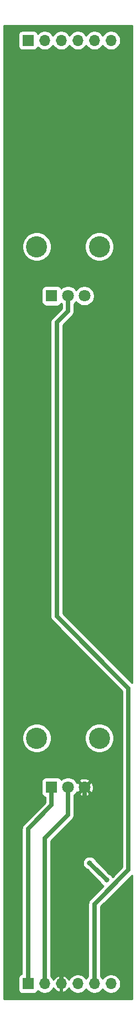
<source format=gbr>
%TF.GenerationSoftware,KiCad,Pcbnew,(5.1.6)-1*%
%TF.CreationDate,2020-06-22T20:02:40-05:00*%
%TF.ProjectId,NOISE_x_S_and_H,4e4f4953-455f-4785-9f53-5f616e645f48,rev?*%
%TF.SameCoordinates,Original*%
%TF.FileFunction,Copper,L1,Top*%
%TF.FilePolarity,Positive*%
%FSLAX46Y46*%
G04 Gerber Fmt 4.6, Leading zero omitted, Abs format (unit mm)*
G04 Created by KiCad (PCBNEW (5.1.6)-1) date 2020-06-22 20:02:40*
%MOMM*%
%LPD*%
G01*
G04 APERTURE LIST*
%TA.AperFunction,ComponentPad*%
%ADD10R,1.800000X1.800000*%
%TD*%
%TA.AperFunction,ComponentPad*%
%ADD11C,1.800000*%
%TD*%
%TA.AperFunction,ComponentPad*%
%ADD12C,3.240000*%
%TD*%
%TA.AperFunction,ComponentPad*%
%ADD13O,1.700000X1.700000*%
%TD*%
%TA.AperFunction,ComponentPad*%
%ADD14R,1.700000X1.700000*%
%TD*%
%TA.AperFunction,ViaPad*%
%ADD15C,0.800000*%
%TD*%
%TA.AperFunction,Conductor*%
%ADD16C,0.635000*%
%TD*%
%TA.AperFunction,Conductor*%
%ADD17C,0.254000*%
%TD*%
G04 APERTURE END LIST*
D10*
%TO.P,RV3,1*%
%TO.N,Net-(J8-PadT)*%
X156550000Y-137400000D03*
D11*
%TO.P,RV3,2*%
%TO.N,Net-(R27-Pad1)*%
X159050000Y-137400000D03*
%TO.P,RV3,3*%
%TO.N,GND*%
X161550000Y-137400000D03*
D12*
%TO.P,RV3,*%
%TO.N,*%
X163850000Y-129900000D03*
X154250000Y-129900000D03*
%TD*%
%TO.P,RV2,*%
%TO.N,*%
X154250000Y-54900000D03*
X163850000Y-54900000D03*
D11*
%TO.P,RV2,3*%
%TO.N,Net-(R23-Pad1)*%
X161550000Y-62400000D03*
%TO.P,RV2,2*%
%TO.N,Net-(R24-Pad1)*%
X159050000Y-62400000D03*
D10*
%TO.P,RV2,1*%
%TO.N,Net-(D2-Pad1)*%
X156550000Y-62400000D03*
%TD*%
D13*
%TO.P,REF\u002A\u002A,6*%
%TO.N,N/C*%
X165630000Y-23400000D03*
%TO.P,REF\u002A\u002A,5*%
X163090000Y-23400000D03*
%TO.P,REF\u002A\u002A,4*%
X160550000Y-23400000D03*
%TO.P,REF\u002A\u002A,3*%
X158010000Y-23400000D03*
%TO.P,REF\u002A\u002A,2*%
X155470000Y-23400000D03*
D14*
%TO.P,REF\u002A\u002A,1*%
X152930000Y-23400000D03*
%TD*%
D13*
%TO.P,REF\u002A\u002A,6*%
%TO.N,Net-(D2-Pad1)*%
X165630000Y-167400000D03*
%TO.P,REF\u002A\u002A,5*%
%TO.N,Net-(R24-Pad1)*%
X163090000Y-167400000D03*
%TO.P,REF\u002A\u002A,4*%
%TO.N,Net-(R23-Pad1)*%
X160550000Y-167400000D03*
%TO.P,REF\u002A\u002A,3*%
%TO.N,GND*%
X158010000Y-167400000D03*
%TO.P,REF\u002A\u002A,2*%
%TO.N,Net-(R27-Pad1)*%
X155470000Y-167400000D03*
D14*
%TO.P,REF\u002A\u002A,1*%
%TO.N,Net-(J8-PadT)*%
X152930000Y-167400000D03*
%TD*%
D15*
%TO.N,Net-(D2-Pad1)*%
X164960000Y-151560000D03*
X162370000Y-148970000D03*
%TD*%
D16*
%TO.N,GND*%
X161550000Y-142540000D02*
X158010000Y-146080000D01*
X158010000Y-146080000D02*
X158010000Y-167400000D01*
X161550000Y-137400000D02*
X161550000Y-142540000D01*
%TO.N,Net-(D2-Pad1)*%
X162370000Y-148970000D02*
X164960000Y-151560000D01*
%TO.N,Net-(R24-Pad1)*%
X159050000Y-64730000D02*
X157320000Y-66460000D01*
X157320000Y-66460000D02*
X157320000Y-111320000D01*
X168320000Y-122320000D02*
X168320000Y-149980000D01*
X159050000Y-62400000D02*
X159050000Y-64730000D01*
X168320000Y-149980000D02*
X163090000Y-155210000D01*
X157320000Y-111320000D02*
X168320000Y-122320000D01*
X163090000Y-155210000D02*
X163090000Y-167400000D01*
%TO.N,Net-(R27-Pad1)*%
X159050000Y-141620000D02*
X155470000Y-145200000D01*
X155470000Y-145200000D02*
X155470000Y-167400000D01*
X159050000Y-137400000D02*
X159050000Y-141620000D01*
%TO.N,Net-(J8-PadT)*%
X156550000Y-140130000D02*
X152930000Y-143750000D01*
X152930000Y-143750000D02*
X152930000Y-167400000D01*
X156550000Y-137400000D02*
X156550000Y-140130000D01*
%TD*%
D17*
%TO.N,GND*%
G36*
X168840001Y-121492962D02*
G01*
X158272500Y-110925462D01*
X158272500Y-66854538D01*
X159690431Y-65436607D01*
X159726778Y-65406778D01*
X159845806Y-65261741D01*
X159934252Y-65096269D01*
X159988717Y-64916723D01*
X160002500Y-64776785D01*
X160007108Y-64730001D01*
X160002500Y-64683216D01*
X160002500Y-63609688D01*
X160028505Y-63592312D01*
X160242312Y-63378505D01*
X160300000Y-63292169D01*
X160357688Y-63378505D01*
X160571495Y-63592312D01*
X160822905Y-63760299D01*
X161102257Y-63876011D01*
X161398816Y-63935000D01*
X161701184Y-63935000D01*
X161997743Y-63876011D01*
X162277095Y-63760299D01*
X162528505Y-63592312D01*
X162742312Y-63378505D01*
X162910299Y-63127095D01*
X163026011Y-62847743D01*
X163085000Y-62551184D01*
X163085000Y-62248816D01*
X163026011Y-61952257D01*
X162910299Y-61672905D01*
X162742312Y-61421495D01*
X162528505Y-61207688D01*
X162277095Y-61039701D01*
X161997743Y-60923989D01*
X161701184Y-60865000D01*
X161398816Y-60865000D01*
X161102257Y-60923989D01*
X160822905Y-61039701D01*
X160571495Y-61207688D01*
X160357688Y-61421495D01*
X160300000Y-61507831D01*
X160242312Y-61421495D01*
X160028505Y-61207688D01*
X159777095Y-61039701D01*
X159497743Y-60923989D01*
X159201184Y-60865000D01*
X158898816Y-60865000D01*
X158602257Y-60923989D01*
X158322905Y-61039701D01*
X158071495Y-61207688D01*
X158033880Y-61245303D01*
X157980537Y-61145506D01*
X157901185Y-61048815D01*
X157804494Y-60969463D01*
X157694180Y-60910498D01*
X157574482Y-60874188D01*
X157450000Y-60861928D01*
X155650000Y-60861928D01*
X155525518Y-60874188D01*
X155405820Y-60910498D01*
X155295506Y-60969463D01*
X155198815Y-61048815D01*
X155119463Y-61145506D01*
X155060498Y-61255820D01*
X155024188Y-61375518D01*
X155011928Y-61500000D01*
X155011928Y-63300000D01*
X155024188Y-63424482D01*
X155060498Y-63544180D01*
X155119463Y-63654494D01*
X155198815Y-63751185D01*
X155295506Y-63830537D01*
X155405820Y-63889502D01*
X155525518Y-63925812D01*
X155650000Y-63938072D01*
X157450000Y-63938072D01*
X157574482Y-63925812D01*
X157694180Y-63889502D01*
X157804494Y-63830537D01*
X157901185Y-63751185D01*
X157980537Y-63654494D01*
X158033880Y-63554697D01*
X158071495Y-63592312D01*
X158097501Y-63609688D01*
X158097501Y-64335461D01*
X156679569Y-65753393D01*
X156643222Y-65783222D01*
X156524194Y-65928259D01*
X156435748Y-66093732D01*
X156381283Y-66273277D01*
X156381283Y-66273278D01*
X156362892Y-66460000D01*
X156367500Y-66506785D01*
X156367501Y-111273205D01*
X156362892Y-111320000D01*
X156381283Y-111506722D01*
X156435749Y-111686269D01*
X156524195Y-111851741D01*
X156643223Y-111996778D01*
X156679564Y-112026602D01*
X167367500Y-122714539D01*
X167367501Y-149585460D01*
X165878966Y-151073995D01*
X165877205Y-151069744D01*
X165763937Y-150900226D01*
X165619774Y-150756063D01*
X165450256Y-150642795D01*
X165347108Y-150600070D01*
X163329931Y-148582893D01*
X163287205Y-148479744D01*
X163173937Y-148310226D01*
X163029774Y-148166063D01*
X162860256Y-148052795D01*
X162671898Y-147974774D01*
X162471939Y-147935000D01*
X162268061Y-147935000D01*
X162068102Y-147974774D01*
X161879744Y-148052795D01*
X161710226Y-148166063D01*
X161566063Y-148310226D01*
X161452795Y-148479744D01*
X161374774Y-148668102D01*
X161335000Y-148868061D01*
X161335000Y-149071939D01*
X161374774Y-149271898D01*
X161452795Y-149460256D01*
X161566063Y-149629774D01*
X161710226Y-149773937D01*
X161879744Y-149887205D01*
X161982893Y-149929931D01*
X164000070Y-151947108D01*
X164042795Y-152050256D01*
X164156063Y-152219774D01*
X164300226Y-152363937D01*
X164469744Y-152477205D01*
X164473996Y-152478966D01*
X162449569Y-154503393D01*
X162413222Y-154533222D01*
X162294194Y-154678259D01*
X162205748Y-154843732D01*
X162151283Y-155023277D01*
X162151283Y-155023278D01*
X162132892Y-155210000D01*
X162137500Y-155256785D01*
X162137501Y-166252392D01*
X161936525Y-166453368D01*
X161820000Y-166627760D01*
X161703475Y-166453368D01*
X161496632Y-166246525D01*
X161253411Y-166084010D01*
X160983158Y-165972068D01*
X160696260Y-165915000D01*
X160403740Y-165915000D01*
X160116842Y-165972068D01*
X159846589Y-166084010D01*
X159603368Y-166246525D01*
X159396525Y-166453368D01*
X159234010Y-166696589D01*
X159191060Y-166800279D01*
X159069907Y-166601539D01*
X158893769Y-166410104D01*
X158683668Y-166256710D01*
X158447679Y-166147252D01*
X158342072Y-166115221D01*
X158137000Y-166198946D01*
X158137000Y-167273000D01*
X158157000Y-167273000D01*
X158157000Y-167527000D01*
X158137000Y-167527000D01*
X158137000Y-168601054D01*
X158342072Y-168684779D01*
X158447679Y-168652748D01*
X158683668Y-168543290D01*
X158893769Y-168389896D01*
X159069907Y-168198461D01*
X159191060Y-167999721D01*
X159234010Y-168103411D01*
X159396525Y-168346632D01*
X159603368Y-168553475D01*
X159846589Y-168715990D01*
X160116842Y-168827932D01*
X160403740Y-168885000D01*
X160696260Y-168885000D01*
X160983158Y-168827932D01*
X161253411Y-168715990D01*
X161496632Y-168553475D01*
X161703475Y-168346632D01*
X161820000Y-168172240D01*
X161936525Y-168346632D01*
X162143368Y-168553475D01*
X162386589Y-168715990D01*
X162656842Y-168827932D01*
X162943740Y-168885000D01*
X163236260Y-168885000D01*
X163523158Y-168827932D01*
X163793411Y-168715990D01*
X164036632Y-168553475D01*
X164243475Y-168346632D01*
X164360000Y-168172240D01*
X164476525Y-168346632D01*
X164683368Y-168553475D01*
X164926589Y-168715990D01*
X165196842Y-168827932D01*
X165483740Y-168885000D01*
X165776260Y-168885000D01*
X166063158Y-168827932D01*
X166333411Y-168715990D01*
X166576632Y-168553475D01*
X166783475Y-168346632D01*
X166945990Y-168103411D01*
X167057932Y-167833158D01*
X167115000Y-167546260D01*
X167115000Y-167253740D01*
X167057932Y-166966842D01*
X166945990Y-166696589D01*
X166783475Y-166453368D01*
X166576632Y-166246525D01*
X166333411Y-166084010D01*
X166063158Y-165972068D01*
X165776260Y-165915000D01*
X165483740Y-165915000D01*
X165196842Y-165972068D01*
X164926589Y-166084010D01*
X164683368Y-166246525D01*
X164476525Y-166453368D01*
X164360000Y-166627760D01*
X164243475Y-166453368D01*
X164042500Y-166252393D01*
X164042500Y-155604538D01*
X168840001Y-150807038D01*
X168840001Y-169690000D01*
X149260000Y-169690000D01*
X149260000Y-166550000D01*
X151441928Y-166550000D01*
X151441928Y-168250000D01*
X151454188Y-168374482D01*
X151490498Y-168494180D01*
X151549463Y-168604494D01*
X151628815Y-168701185D01*
X151725506Y-168780537D01*
X151835820Y-168839502D01*
X151955518Y-168875812D01*
X152080000Y-168888072D01*
X153780000Y-168888072D01*
X153904482Y-168875812D01*
X154024180Y-168839502D01*
X154134494Y-168780537D01*
X154231185Y-168701185D01*
X154310537Y-168604494D01*
X154369502Y-168494180D01*
X154391513Y-168421620D01*
X154523368Y-168553475D01*
X154766589Y-168715990D01*
X155036842Y-168827932D01*
X155323740Y-168885000D01*
X155616260Y-168885000D01*
X155903158Y-168827932D01*
X156173411Y-168715990D01*
X156416632Y-168553475D01*
X156623475Y-168346632D01*
X156785990Y-168103411D01*
X156828940Y-167999721D01*
X156950093Y-168198461D01*
X157126231Y-168389896D01*
X157336332Y-168543290D01*
X157572321Y-168652748D01*
X157677928Y-168684779D01*
X157883000Y-168601054D01*
X157883000Y-167527000D01*
X157863000Y-167527000D01*
X157863000Y-167273000D01*
X157883000Y-167273000D01*
X157883000Y-166198946D01*
X157677928Y-166115221D01*
X157572321Y-166147252D01*
X157336332Y-166256710D01*
X157126231Y-166410104D01*
X156950093Y-166601539D01*
X156828940Y-166800279D01*
X156785990Y-166696589D01*
X156623475Y-166453368D01*
X156422500Y-166252393D01*
X156422500Y-145594538D01*
X159690431Y-142326607D01*
X159726778Y-142296778D01*
X159845806Y-142151741D01*
X159934252Y-141986269D01*
X159988717Y-141806723D01*
X160002500Y-141666785D01*
X160007108Y-141620000D01*
X160002500Y-141573215D01*
X160002500Y-138609688D01*
X160028505Y-138592312D01*
X160241461Y-138379356D01*
X160750249Y-138379356D01*
X160842881Y-138589330D01*
X161088495Y-138704430D01*
X161351845Y-138769400D01*
X161622809Y-138781745D01*
X161890975Y-138740991D01*
X162146038Y-138648703D01*
X162257119Y-138589330D01*
X162349751Y-138379356D01*
X161550000Y-137579605D01*
X160750249Y-138379356D01*
X160241461Y-138379356D01*
X160242312Y-138378505D01*
X160409309Y-138128577D01*
X160570644Y-138199751D01*
X161370395Y-137400000D01*
X161729605Y-137400000D01*
X162529356Y-138199751D01*
X162739330Y-138107119D01*
X162854430Y-137861505D01*
X162919400Y-137598155D01*
X162931745Y-137327191D01*
X162890991Y-137059025D01*
X162798703Y-136803962D01*
X162739330Y-136692881D01*
X162529356Y-136600249D01*
X161729605Y-137400000D01*
X161370395Y-137400000D01*
X160570644Y-136600249D01*
X160409309Y-136671423D01*
X160242312Y-136421495D01*
X160241461Y-136420644D01*
X160750249Y-136420644D01*
X161550000Y-137220395D01*
X162349751Y-136420644D01*
X162257119Y-136210670D01*
X162011505Y-136095570D01*
X161748155Y-136030600D01*
X161477191Y-136018255D01*
X161209025Y-136059009D01*
X160953962Y-136151297D01*
X160842881Y-136210670D01*
X160750249Y-136420644D01*
X160241461Y-136420644D01*
X160028505Y-136207688D01*
X159777095Y-136039701D01*
X159497743Y-135923989D01*
X159201184Y-135865000D01*
X158898816Y-135865000D01*
X158602257Y-135923989D01*
X158322905Y-136039701D01*
X158071495Y-136207688D01*
X158033880Y-136245303D01*
X157980537Y-136145506D01*
X157901185Y-136048815D01*
X157804494Y-135969463D01*
X157694180Y-135910498D01*
X157574482Y-135874188D01*
X157450000Y-135861928D01*
X155650000Y-135861928D01*
X155525518Y-135874188D01*
X155405820Y-135910498D01*
X155295506Y-135969463D01*
X155198815Y-136048815D01*
X155119463Y-136145506D01*
X155060498Y-136255820D01*
X155024188Y-136375518D01*
X155011928Y-136500000D01*
X155011928Y-138300000D01*
X155024188Y-138424482D01*
X155060498Y-138544180D01*
X155119463Y-138654494D01*
X155198815Y-138751185D01*
X155295506Y-138830537D01*
X155405820Y-138889502D01*
X155525518Y-138925812D01*
X155597501Y-138932901D01*
X155597501Y-139735460D01*
X152289569Y-143043393D01*
X152253222Y-143073222D01*
X152134194Y-143218259D01*
X152045748Y-143383732D01*
X151991283Y-143563277D01*
X151991283Y-143563278D01*
X151972892Y-143750000D01*
X151977500Y-143796785D01*
X151977501Y-165922023D01*
X151955518Y-165924188D01*
X151835820Y-165960498D01*
X151725506Y-166019463D01*
X151628815Y-166098815D01*
X151549463Y-166195506D01*
X151490498Y-166305820D01*
X151454188Y-166425518D01*
X151441928Y-166550000D01*
X149260000Y-166550000D01*
X149260000Y-129677902D01*
X151995000Y-129677902D01*
X151995000Y-130122098D01*
X152081658Y-130557759D01*
X152251645Y-130968143D01*
X152498427Y-131337479D01*
X152812521Y-131651573D01*
X153181857Y-131898355D01*
X153592241Y-132068342D01*
X154027902Y-132155000D01*
X154472098Y-132155000D01*
X154907759Y-132068342D01*
X155318143Y-131898355D01*
X155687479Y-131651573D01*
X156001573Y-131337479D01*
X156248355Y-130968143D01*
X156418342Y-130557759D01*
X156505000Y-130122098D01*
X156505000Y-129677902D01*
X161595000Y-129677902D01*
X161595000Y-130122098D01*
X161681658Y-130557759D01*
X161851645Y-130968143D01*
X162098427Y-131337479D01*
X162412521Y-131651573D01*
X162781857Y-131898355D01*
X163192241Y-132068342D01*
X163627902Y-132155000D01*
X164072098Y-132155000D01*
X164507759Y-132068342D01*
X164918143Y-131898355D01*
X165287479Y-131651573D01*
X165601573Y-131337479D01*
X165848355Y-130968143D01*
X166018342Y-130557759D01*
X166105000Y-130122098D01*
X166105000Y-129677902D01*
X166018342Y-129242241D01*
X165848355Y-128831857D01*
X165601573Y-128462521D01*
X165287479Y-128148427D01*
X164918143Y-127901645D01*
X164507759Y-127731658D01*
X164072098Y-127645000D01*
X163627902Y-127645000D01*
X163192241Y-127731658D01*
X162781857Y-127901645D01*
X162412521Y-128148427D01*
X162098427Y-128462521D01*
X161851645Y-128831857D01*
X161681658Y-129242241D01*
X161595000Y-129677902D01*
X156505000Y-129677902D01*
X156418342Y-129242241D01*
X156248355Y-128831857D01*
X156001573Y-128462521D01*
X155687479Y-128148427D01*
X155318143Y-127901645D01*
X154907759Y-127731658D01*
X154472098Y-127645000D01*
X154027902Y-127645000D01*
X153592241Y-127731658D01*
X153181857Y-127901645D01*
X152812521Y-128148427D01*
X152498427Y-128462521D01*
X152251645Y-128831857D01*
X152081658Y-129242241D01*
X151995000Y-129677902D01*
X149260000Y-129677902D01*
X149260000Y-54677902D01*
X151995000Y-54677902D01*
X151995000Y-55122098D01*
X152081658Y-55557759D01*
X152251645Y-55968143D01*
X152498427Y-56337479D01*
X152812521Y-56651573D01*
X153181857Y-56898355D01*
X153592241Y-57068342D01*
X154027902Y-57155000D01*
X154472098Y-57155000D01*
X154907759Y-57068342D01*
X155318143Y-56898355D01*
X155687479Y-56651573D01*
X156001573Y-56337479D01*
X156248355Y-55968143D01*
X156418342Y-55557759D01*
X156505000Y-55122098D01*
X156505000Y-54677902D01*
X161595000Y-54677902D01*
X161595000Y-55122098D01*
X161681658Y-55557759D01*
X161851645Y-55968143D01*
X162098427Y-56337479D01*
X162412521Y-56651573D01*
X162781857Y-56898355D01*
X163192241Y-57068342D01*
X163627902Y-57155000D01*
X164072098Y-57155000D01*
X164507759Y-57068342D01*
X164918143Y-56898355D01*
X165287479Y-56651573D01*
X165601573Y-56337479D01*
X165848355Y-55968143D01*
X166018342Y-55557759D01*
X166105000Y-55122098D01*
X166105000Y-54677902D01*
X166018342Y-54242241D01*
X165848355Y-53831857D01*
X165601573Y-53462521D01*
X165287479Y-53148427D01*
X164918143Y-52901645D01*
X164507759Y-52731658D01*
X164072098Y-52645000D01*
X163627902Y-52645000D01*
X163192241Y-52731658D01*
X162781857Y-52901645D01*
X162412521Y-53148427D01*
X162098427Y-53462521D01*
X161851645Y-53831857D01*
X161681658Y-54242241D01*
X161595000Y-54677902D01*
X156505000Y-54677902D01*
X156418342Y-54242241D01*
X156248355Y-53831857D01*
X156001573Y-53462521D01*
X155687479Y-53148427D01*
X155318143Y-52901645D01*
X154907759Y-52731658D01*
X154472098Y-52645000D01*
X154027902Y-52645000D01*
X153592241Y-52731658D01*
X153181857Y-52901645D01*
X152812521Y-53148427D01*
X152498427Y-53462521D01*
X152251645Y-53831857D01*
X152081658Y-54242241D01*
X151995000Y-54677902D01*
X149260000Y-54677902D01*
X149260000Y-22550000D01*
X151441928Y-22550000D01*
X151441928Y-24250000D01*
X151454188Y-24374482D01*
X151490498Y-24494180D01*
X151549463Y-24604494D01*
X151628815Y-24701185D01*
X151725506Y-24780537D01*
X151835820Y-24839502D01*
X151955518Y-24875812D01*
X152080000Y-24888072D01*
X153780000Y-24888072D01*
X153904482Y-24875812D01*
X154024180Y-24839502D01*
X154134494Y-24780537D01*
X154231185Y-24701185D01*
X154310537Y-24604494D01*
X154369502Y-24494180D01*
X154391513Y-24421620D01*
X154523368Y-24553475D01*
X154766589Y-24715990D01*
X155036842Y-24827932D01*
X155323740Y-24885000D01*
X155616260Y-24885000D01*
X155903158Y-24827932D01*
X156173411Y-24715990D01*
X156416632Y-24553475D01*
X156623475Y-24346632D01*
X156740000Y-24172240D01*
X156856525Y-24346632D01*
X157063368Y-24553475D01*
X157306589Y-24715990D01*
X157576842Y-24827932D01*
X157863740Y-24885000D01*
X158156260Y-24885000D01*
X158443158Y-24827932D01*
X158713411Y-24715990D01*
X158956632Y-24553475D01*
X159163475Y-24346632D01*
X159280000Y-24172240D01*
X159396525Y-24346632D01*
X159603368Y-24553475D01*
X159846589Y-24715990D01*
X160116842Y-24827932D01*
X160403740Y-24885000D01*
X160696260Y-24885000D01*
X160983158Y-24827932D01*
X161253411Y-24715990D01*
X161496632Y-24553475D01*
X161703475Y-24346632D01*
X161820000Y-24172240D01*
X161936525Y-24346632D01*
X162143368Y-24553475D01*
X162386589Y-24715990D01*
X162656842Y-24827932D01*
X162943740Y-24885000D01*
X163236260Y-24885000D01*
X163523158Y-24827932D01*
X163793411Y-24715990D01*
X164036632Y-24553475D01*
X164243475Y-24346632D01*
X164360000Y-24172240D01*
X164476525Y-24346632D01*
X164683368Y-24553475D01*
X164926589Y-24715990D01*
X165196842Y-24827932D01*
X165483740Y-24885000D01*
X165776260Y-24885000D01*
X166063158Y-24827932D01*
X166333411Y-24715990D01*
X166576632Y-24553475D01*
X166783475Y-24346632D01*
X166945990Y-24103411D01*
X167057932Y-23833158D01*
X167115000Y-23546260D01*
X167115000Y-23253740D01*
X167057932Y-22966842D01*
X166945990Y-22696589D01*
X166783475Y-22453368D01*
X166576632Y-22246525D01*
X166333411Y-22084010D01*
X166063158Y-21972068D01*
X165776260Y-21915000D01*
X165483740Y-21915000D01*
X165196842Y-21972068D01*
X164926589Y-22084010D01*
X164683368Y-22246525D01*
X164476525Y-22453368D01*
X164360000Y-22627760D01*
X164243475Y-22453368D01*
X164036632Y-22246525D01*
X163793411Y-22084010D01*
X163523158Y-21972068D01*
X163236260Y-21915000D01*
X162943740Y-21915000D01*
X162656842Y-21972068D01*
X162386589Y-22084010D01*
X162143368Y-22246525D01*
X161936525Y-22453368D01*
X161820000Y-22627760D01*
X161703475Y-22453368D01*
X161496632Y-22246525D01*
X161253411Y-22084010D01*
X160983158Y-21972068D01*
X160696260Y-21915000D01*
X160403740Y-21915000D01*
X160116842Y-21972068D01*
X159846589Y-22084010D01*
X159603368Y-22246525D01*
X159396525Y-22453368D01*
X159280000Y-22627760D01*
X159163475Y-22453368D01*
X158956632Y-22246525D01*
X158713411Y-22084010D01*
X158443158Y-21972068D01*
X158156260Y-21915000D01*
X157863740Y-21915000D01*
X157576842Y-21972068D01*
X157306589Y-22084010D01*
X157063368Y-22246525D01*
X156856525Y-22453368D01*
X156740000Y-22627760D01*
X156623475Y-22453368D01*
X156416632Y-22246525D01*
X156173411Y-22084010D01*
X155903158Y-21972068D01*
X155616260Y-21915000D01*
X155323740Y-21915000D01*
X155036842Y-21972068D01*
X154766589Y-22084010D01*
X154523368Y-22246525D01*
X154391513Y-22378380D01*
X154369502Y-22305820D01*
X154310537Y-22195506D01*
X154231185Y-22098815D01*
X154134494Y-22019463D01*
X154024180Y-21960498D01*
X153904482Y-21924188D01*
X153780000Y-21911928D01*
X152080000Y-21911928D01*
X151955518Y-21924188D01*
X151835820Y-21960498D01*
X151725506Y-22019463D01*
X151628815Y-22098815D01*
X151549463Y-22195506D01*
X151490498Y-22305820D01*
X151454188Y-22425518D01*
X151441928Y-22550000D01*
X149260000Y-22550000D01*
X149260000Y-21110000D01*
X168840000Y-21110000D01*
X168840001Y-121492962D01*
G37*
X168840001Y-121492962D02*
X158272500Y-110925462D01*
X158272500Y-66854538D01*
X159690431Y-65436607D01*
X159726778Y-65406778D01*
X159845806Y-65261741D01*
X159934252Y-65096269D01*
X159988717Y-64916723D01*
X160002500Y-64776785D01*
X160007108Y-64730001D01*
X160002500Y-64683216D01*
X160002500Y-63609688D01*
X160028505Y-63592312D01*
X160242312Y-63378505D01*
X160300000Y-63292169D01*
X160357688Y-63378505D01*
X160571495Y-63592312D01*
X160822905Y-63760299D01*
X161102257Y-63876011D01*
X161398816Y-63935000D01*
X161701184Y-63935000D01*
X161997743Y-63876011D01*
X162277095Y-63760299D01*
X162528505Y-63592312D01*
X162742312Y-63378505D01*
X162910299Y-63127095D01*
X163026011Y-62847743D01*
X163085000Y-62551184D01*
X163085000Y-62248816D01*
X163026011Y-61952257D01*
X162910299Y-61672905D01*
X162742312Y-61421495D01*
X162528505Y-61207688D01*
X162277095Y-61039701D01*
X161997743Y-60923989D01*
X161701184Y-60865000D01*
X161398816Y-60865000D01*
X161102257Y-60923989D01*
X160822905Y-61039701D01*
X160571495Y-61207688D01*
X160357688Y-61421495D01*
X160300000Y-61507831D01*
X160242312Y-61421495D01*
X160028505Y-61207688D01*
X159777095Y-61039701D01*
X159497743Y-60923989D01*
X159201184Y-60865000D01*
X158898816Y-60865000D01*
X158602257Y-60923989D01*
X158322905Y-61039701D01*
X158071495Y-61207688D01*
X158033880Y-61245303D01*
X157980537Y-61145506D01*
X157901185Y-61048815D01*
X157804494Y-60969463D01*
X157694180Y-60910498D01*
X157574482Y-60874188D01*
X157450000Y-60861928D01*
X155650000Y-60861928D01*
X155525518Y-60874188D01*
X155405820Y-60910498D01*
X155295506Y-60969463D01*
X155198815Y-61048815D01*
X155119463Y-61145506D01*
X155060498Y-61255820D01*
X155024188Y-61375518D01*
X155011928Y-61500000D01*
X155011928Y-63300000D01*
X155024188Y-63424482D01*
X155060498Y-63544180D01*
X155119463Y-63654494D01*
X155198815Y-63751185D01*
X155295506Y-63830537D01*
X155405820Y-63889502D01*
X155525518Y-63925812D01*
X155650000Y-63938072D01*
X157450000Y-63938072D01*
X157574482Y-63925812D01*
X157694180Y-63889502D01*
X157804494Y-63830537D01*
X157901185Y-63751185D01*
X157980537Y-63654494D01*
X158033880Y-63554697D01*
X158071495Y-63592312D01*
X158097501Y-63609688D01*
X158097501Y-64335461D01*
X156679569Y-65753393D01*
X156643222Y-65783222D01*
X156524194Y-65928259D01*
X156435748Y-66093732D01*
X156381283Y-66273277D01*
X156381283Y-66273278D01*
X156362892Y-66460000D01*
X156367500Y-66506785D01*
X156367501Y-111273205D01*
X156362892Y-111320000D01*
X156381283Y-111506722D01*
X156435749Y-111686269D01*
X156524195Y-111851741D01*
X156643223Y-111996778D01*
X156679564Y-112026602D01*
X167367500Y-122714539D01*
X167367501Y-149585460D01*
X165878966Y-151073995D01*
X165877205Y-151069744D01*
X165763937Y-150900226D01*
X165619774Y-150756063D01*
X165450256Y-150642795D01*
X165347108Y-150600070D01*
X163329931Y-148582893D01*
X163287205Y-148479744D01*
X163173937Y-148310226D01*
X163029774Y-148166063D01*
X162860256Y-148052795D01*
X162671898Y-147974774D01*
X162471939Y-147935000D01*
X162268061Y-147935000D01*
X162068102Y-147974774D01*
X161879744Y-148052795D01*
X161710226Y-148166063D01*
X161566063Y-148310226D01*
X161452795Y-148479744D01*
X161374774Y-148668102D01*
X161335000Y-148868061D01*
X161335000Y-149071939D01*
X161374774Y-149271898D01*
X161452795Y-149460256D01*
X161566063Y-149629774D01*
X161710226Y-149773937D01*
X161879744Y-149887205D01*
X161982893Y-149929931D01*
X164000070Y-151947108D01*
X164042795Y-152050256D01*
X164156063Y-152219774D01*
X164300226Y-152363937D01*
X164469744Y-152477205D01*
X164473996Y-152478966D01*
X162449569Y-154503393D01*
X162413222Y-154533222D01*
X162294194Y-154678259D01*
X162205748Y-154843732D01*
X162151283Y-155023277D01*
X162151283Y-155023278D01*
X162132892Y-155210000D01*
X162137500Y-155256785D01*
X162137501Y-166252392D01*
X161936525Y-166453368D01*
X161820000Y-166627760D01*
X161703475Y-166453368D01*
X161496632Y-166246525D01*
X161253411Y-166084010D01*
X160983158Y-165972068D01*
X160696260Y-165915000D01*
X160403740Y-165915000D01*
X160116842Y-165972068D01*
X159846589Y-166084010D01*
X159603368Y-166246525D01*
X159396525Y-166453368D01*
X159234010Y-166696589D01*
X159191060Y-166800279D01*
X159069907Y-166601539D01*
X158893769Y-166410104D01*
X158683668Y-166256710D01*
X158447679Y-166147252D01*
X158342072Y-166115221D01*
X158137000Y-166198946D01*
X158137000Y-167273000D01*
X158157000Y-167273000D01*
X158157000Y-167527000D01*
X158137000Y-167527000D01*
X158137000Y-168601054D01*
X158342072Y-168684779D01*
X158447679Y-168652748D01*
X158683668Y-168543290D01*
X158893769Y-168389896D01*
X159069907Y-168198461D01*
X159191060Y-167999721D01*
X159234010Y-168103411D01*
X159396525Y-168346632D01*
X159603368Y-168553475D01*
X159846589Y-168715990D01*
X160116842Y-168827932D01*
X160403740Y-168885000D01*
X160696260Y-168885000D01*
X160983158Y-168827932D01*
X161253411Y-168715990D01*
X161496632Y-168553475D01*
X161703475Y-168346632D01*
X161820000Y-168172240D01*
X161936525Y-168346632D01*
X162143368Y-168553475D01*
X162386589Y-168715990D01*
X162656842Y-168827932D01*
X162943740Y-168885000D01*
X163236260Y-168885000D01*
X163523158Y-168827932D01*
X163793411Y-168715990D01*
X164036632Y-168553475D01*
X164243475Y-168346632D01*
X164360000Y-168172240D01*
X164476525Y-168346632D01*
X164683368Y-168553475D01*
X164926589Y-168715990D01*
X165196842Y-168827932D01*
X165483740Y-168885000D01*
X165776260Y-168885000D01*
X166063158Y-168827932D01*
X166333411Y-168715990D01*
X166576632Y-168553475D01*
X166783475Y-168346632D01*
X166945990Y-168103411D01*
X167057932Y-167833158D01*
X167115000Y-167546260D01*
X167115000Y-167253740D01*
X167057932Y-166966842D01*
X166945990Y-166696589D01*
X166783475Y-166453368D01*
X166576632Y-166246525D01*
X166333411Y-166084010D01*
X166063158Y-165972068D01*
X165776260Y-165915000D01*
X165483740Y-165915000D01*
X165196842Y-165972068D01*
X164926589Y-166084010D01*
X164683368Y-166246525D01*
X164476525Y-166453368D01*
X164360000Y-166627760D01*
X164243475Y-166453368D01*
X164042500Y-166252393D01*
X164042500Y-155604538D01*
X168840001Y-150807038D01*
X168840001Y-169690000D01*
X149260000Y-169690000D01*
X149260000Y-166550000D01*
X151441928Y-166550000D01*
X151441928Y-168250000D01*
X151454188Y-168374482D01*
X151490498Y-168494180D01*
X151549463Y-168604494D01*
X151628815Y-168701185D01*
X151725506Y-168780537D01*
X151835820Y-168839502D01*
X151955518Y-168875812D01*
X152080000Y-168888072D01*
X153780000Y-168888072D01*
X153904482Y-168875812D01*
X154024180Y-168839502D01*
X154134494Y-168780537D01*
X154231185Y-168701185D01*
X154310537Y-168604494D01*
X154369502Y-168494180D01*
X154391513Y-168421620D01*
X154523368Y-168553475D01*
X154766589Y-168715990D01*
X155036842Y-168827932D01*
X155323740Y-168885000D01*
X155616260Y-168885000D01*
X155903158Y-168827932D01*
X156173411Y-168715990D01*
X156416632Y-168553475D01*
X156623475Y-168346632D01*
X156785990Y-168103411D01*
X156828940Y-167999721D01*
X156950093Y-168198461D01*
X157126231Y-168389896D01*
X157336332Y-168543290D01*
X157572321Y-168652748D01*
X157677928Y-168684779D01*
X157883000Y-168601054D01*
X157883000Y-167527000D01*
X157863000Y-167527000D01*
X157863000Y-167273000D01*
X157883000Y-167273000D01*
X157883000Y-166198946D01*
X157677928Y-166115221D01*
X157572321Y-166147252D01*
X157336332Y-166256710D01*
X157126231Y-166410104D01*
X156950093Y-166601539D01*
X156828940Y-166800279D01*
X156785990Y-166696589D01*
X156623475Y-166453368D01*
X156422500Y-166252393D01*
X156422500Y-145594538D01*
X159690431Y-142326607D01*
X159726778Y-142296778D01*
X159845806Y-142151741D01*
X159934252Y-141986269D01*
X159988717Y-141806723D01*
X160002500Y-141666785D01*
X160007108Y-141620000D01*
X160002500Y-141573215D01*
X160002500Y-138609688D01*
X160028505Y-138592312D01*
X160241461Y-138379356D01*
X160750249Y-138379356D01*
X160842881Y-138589330D01*
X161088495Y-138704430D01*
X161351845Y-138769400D01*
X161622809Y-138781745D01*
X161890975Y-138740991D01*
X162146038Y-138648703D01*
X162257119Y-138589330D01*
X162349751Y-138379356D01*
X161550000Y-137579605D01*
X160750249Y-138379356D01*
X160241461Y-138379356D01*
X160242312Y-138378505D01*
X160409309Y-138128577D01*
X160570644Y-138199751D01*
X161370395Y-137400000D01*
X161729605Y-137400000D01*
X162529356Y-138199751D01*
X162739330Y-138107119D01*
X162854430Y-137861505D01*
X162919400Y-137598155D01*
X162931745Y-137327191D01*
X162890991Y-137059025D01*
X162798703Y-136803962D01*
X162739330Y-136692881D01*
X162529356Y-136600249D01*
X161729605Y-137400000D01*
X161370395Y-137400000D01*
X160570644Y-136600249D01*
X160409309Y-136671423D01*
X160242312Y-136421495D01*
X160241461Y-136420644D01*
X160750249Y-136420644D01*
X161550000Y-137220395D01*
X162349751Y-136420644D01*
X162257119Y-136210670D01*
X162011505Y-136095570D01*
X161748155Y-136030600D01*
X161477191Y-136018255D01*
X161209025Y-136059009D01*
X160953962Y-136151297D01*
X160842881Y-136210670D01*
X160750249Y-136420644D01*
X160241461Y-136420644D01*
X160028505Y-136207688D01*
X159777095Y-136039701D01*
X159497743Y-135923989D01*
X159201184Y-135865000D01*
X158898816Y-135865000D01*
X158602257Y-135923989D01*
X158322905Y-136039701D01*
X158071495Y-136207688D01*
X158033880Y-136245303D01*
X157980537Y-136145506D01*
X157901185Y-136048815D01*
X157804494Y-135969463D01*
X157694180Y-135910498D01*
X157574482Y-135874188D01*
X157450000Y-135861928D01*
X155650000Y-135861928D01*
X155525518Y-135874188D01*
X155405820Y-135910498D01*
X155295506Y-135969463D01*
X155198815Y-136048815D01*
X155119463Y-136145506D01*
X155060498Y-136255820D01*
X155024188Y-136375518D01*
X155011928Y-136500000D01*
X155011928Y-138300000D01*
X155024188Y-138424482D01*
X155060498Y-138544180D01*
X155119463Y-138654494D01*
X155198815Y-138751185D01*
X155295506Y-138830537D01*
X155405820Y-138889502D01*
X155525518Y-138925812D01*
X155597501Y-138932901D01*
X155597501Y-139735460D01*
X152289569Y-143043393D01*
X152253222Y-143073222D01*
X152134194Y-143218259D01*
X152045748Y-143383732D01*
X151991283Y-143563277D01*
X151991283Y-143563278D01*
X151972892Y-143750000D01*
X151977500Y-143796785D01*
X151977501Y-165922023D01*
X151955518Y-165924188D01*
X151835820Y-165960498D01*
X151725506Y-166019463D01*
X151628815Y-166098815D01*
X151549463Y-166195506D01*
X151490498Y-166305820D01*
X151454188Y-166425518D01*
X151441928Y-166550000D01*
X149260000Y-166550000D01*
X149260000Y-129677902D01*
X151995000Y-129677902D01*
X151995000Y-130122098D01*
X152081658Y-130557759D01*
X152251645Y-130968143D01*
X152498427Y-131337479D01*
X152812521Y-131651573D01*
X153181857Y-131898355D01*
X153592241Y-132068342D01*
X154027902Y-132155000D01*
X154472098Y-132155000D01*
X154907759Y-132068342D01*
X155318143Y-131898355D01*
X155687479Y-131651573D01*
X156001573Y-131337479D01*
X156248355Y-130968143D01*
X156418342Y-130557759D01*
X156505000Y-130122098D01*
X156505000Y-129677902D01*
X161595000Y-129677902D01*
X161595000Y-130122098D01*
X161681658Y-130557759D01*
X161851645Y-130968143D01*
X162098427Y-131337479D01*
X162412521Y-131651573D01*
X162781857Y-131898355D01*
X163192241Y-132068342D01*
X163627902Y-132155000D01*
X164072098Y-132155000D01*
X164507759Y-132068342D01*
X164918143Y-131898355D01*
X165287479Y-131651573D01*
X165601573Y-131337479D01*
X165848355Y-130968143D01*
X166018342Y-130557759D01*
X166105000Y-130122098D01*
X166105000Y-129677902D01*
X166018342Y-129242241D01*
X165848355Y-128831857D01*
X165601573Y-128462521D01*
X165287479Y-128148427D01*
X164918143Y-127901645D01*
X164507759Y-127731658D01*
X164072098Y-127645000D01*
X163627902Y-127645000D01*
X163192241Y-127731658D01*
X162781857Y-127901645D01*
X162412521Y-128148427D01*
X162098427Y-128462521D01*
X161851645Y-128831857D01*
X161681658Y-129242241D01*
X161595000Y-129677902D01*
X156505000Y-129677902D01*
X156418342Y-129242241D01*
X156248355Y-128831857D01*
X156001573Y-128462521D01*
X155687479Y-128148427D01*
X155318143Y-127901645D01*
X154907759Y-127731658D01*
X154472098Y-127645000D01*
X154027902Y-127645000D01*
X153592241Y-127731658D01*
X153181857Y-127901645D01*
X152812521Y-128148427D01*
X152498427Y-128462521D01*
X152251645Y-128831857D01*
X152081658Y-129242241D01*
X151995000Y-129677902D01*
X149260000Y-129677902D01*
X149260000Y-54677902D01*
X151995000Y-54677902D01*
X151995000Y-55122098D01*
X152081658Y-55557759D01*
X152251645Y-55968143D01*
X152498427Y-56337479D01*
X152812521Y-56651573D01*
X153181857Y-56898355D01*
X153592241Y-57068342D01*
X154027902Y-57155000D01*
X154472098Y-57155000D01*
X154907759Y-57068342D01*
X155318143Y-56898355D01*
X155687479Y-56651573D01*
X156001573Y-56337479D01*
X156248355Y-55968143D01*
X156418342Y-55557759D01*
X156505000Y-55122098D01*
X156505000Y-54677902D01*
X161595000Y-54677902D01*
X161595000Y-55122098D01*
X161681658Y-55557759D01*
X161851645Y-55968143D01*
X162098427Y-56337479D01*
X162412521Y-56651573D01*
X162781857Y-56898355D01*
X163192241Y-57068342D01*
X163627902Y-57155000D01*
X164072098Y-57155000D01*
X164507759Y-57068342D01*
X164918143Y-56898355D01*
X165287479Y-56651573D01*
X165601573Y-56337479D01*
X165848355Y-55968143D01*
X166018342Y-55557759D01*
X166105000Y-55122098D01*
X166105000Y-54677902D01*
X166018342Y-54242241D01*
X165848355Y-53831857D01*
X165601573Y-53462521D01*
X165287479Y-53148427D01*
X164918143Y-52901645D01*
X164507759Y-52731658D01*
X164072098Y-52645000D01*
X163627902Y-52645000D01*
X163192241Y-52731658D01*
X162781857Y-52901645D01*
X162412521Y-53148427D01*
X162098427Y-53462521D01*
X161851645Y-53831857D01*
X161681658Y-54242241D01*
X161595000Y-54677902D01*
X156505000Y-54677902D01*
X156418342Y-54242241D01*
X156248355Y-53831857D01*
X156001573Y-53462521D01*
X155687479Y-53148427D01*
X155318143Y-52901645D01*
X154907759Y-52731658D01*
X154472098Y-52645000D01*
X154027902Y-52645000D01*
X153592241Y-52731658D01*
X153181857Y-52901645D01*
X152812521Y-53148427D01*
X152498427Y-53462521D01*
X152251645Y-53831857D01*
X152081658Y-54242241D01*
X151995000Y-54677902D01*
X149260000Y-54677902D01*
X149260000Y-22550000D01*
X151441928Y-22550000D01*
X151441928Y-24250000D01*
X151454188Y-24374482D01*
X151490498Y-24494180D01*
X151549463Y-24604494D01*
X151628815Y-24701185D01*
X151725506Y-24780537D01*
X151835820Y-24839502D01*
X151955518Y-24875812D01*
X152080000Y-24888072D01*
X153780000Y-24888072D01*
X153904482Y-24875812D01*
X154024180Y-24839502D01*
X154134494Y-24780537D01*
X154231185Y-24701185D01*
X154310537Y-24604494D01*
X154369502Y-24494180D01*
X154391513Y-24421620D01*
X154523368Y-24553475D01*
X154766589Y-24715990D01*
X155036842Y-24827932D01*
X155323740Y-24885000D01*
X155616260Y-24885000D01*
X155903158Y-24827932D01*
X156173411Y-24715990D01*
X156416632Y-24553475D01*
X156623475Y-24346632D01*
X156740000Y-24172240D01*
X156856525Y-24346632D01*
X157063368Y-24553475D01*
X157306589Y-24715990D01*
X157576842Y-24827932D01*
X157863740Y-24885000D01*
X158156260Y-24885000D01*
X158443158Y-24827932D01*
X158713411Y-24715990D01*
X158956632Y-24553475D01*
X159163475Y-24346632D01*
X159280000Y-24172240D01*
X159396525Y-24346632D01*
X159603368Y-24553475D01*
X159846589Y-24715990D01*
X160116842Y-24827932D01*
X160403740Y-24885000D01*
X160696260Y-24885000D01*
X160983158Y-24827932D01*
X161253411Y-24715990D01*
X161496632Y-24553475D01*
X161703475Y-24346632D01*
X161820000Y-24172240D01*
X161936525Y-24346632D01*
X162143368Y-24553475D01*
X162386589Y-24715990D01*
X162656842Y-24827932D01*
X162943740Y-24885000D01*
X163236260Y-24885000D01*
X163523158Y-24827932D01*
X163793411Y-24715990D01*
X164036632Y-24553475D01*
X164243475Y-24346632D01*
X164360000Y-24172240D01*
X164476525Y-24346632D01*
X164683368Y-24553475D01*
X164926589Y-24715990D01*
X165196842Y-24827932D01*
X165483740Y-24885000D01*
X165776260Y-24885000D01*
X166063158Y-24827932D01*
X166333411Y-24715990D01*
X166576632Y-24553475D01*
X166783475Y-24346632D01*
X166945990Y-24103411D01*
X167057932Y-23833158D01*
X167115000Y-23546260D01*
X167115000Y-23253740D01*
X167057932Y-22966842D01*
X166945990Y-22696589D01*
X166783475Y-22453368D01*
X166576632Y-22246525D01*
X166333411Y-22084010D01*
X166063158Y-21972068D01*
X165776260Y-21915000D01*
X165483740Y-21915000D01*
X165196842Y-21972068D01*
X164926589Y-22084010D01*
X164683368Y-22246525D01*
X164476525Y-22453368D01*
X164360000Y-22627760D01*
X164243475Y-22453368D01*
X164036632Y-22246525D01*
X163793411Y-22084010D01*
X163523158Y-21972068D01*
X163236260Y-21915000D01*
X162943740Y-21915000D01*
X162656842Y-21972068D01*
X162386589Y-22084010D01*
X162143368Y-22246525D01*
X161936525Y-22453368D01*
X161820000Y-22627760D01*
X161703475Y-22453368D01*
X161496632Y-22246525D01*
X161253411Y-22084010D01*
X160983158Y-21972068D01*
X160696260Y-21915000D01*
X160403740Y-21915000D01*
X160116842Y-21972068D01*
X159846589Y-22084010D01*
X159603368Y-22246525D01*
X159396525Y-22453368D01*
X159280000Y-22627760D01*
X159163475Y-22453368D01*
X158956632Y-22246525D01*
X158713411Y-22084010D01*
X158443158Y-21972068D01*
X158156260Y-21915000D01*
X157863740Y-21915000D01*
X157576842Y-21972068D01*
X157306589Y-22084010D01*
X157063368Y-22246525D01*
X156856525Y-22453368D01*
X156740000Y-22627760D01*
X156623475Y-22453368D01*
X156416632Y-22246525D01*
X156173411Y-22084010D01*
X155903158Y-21972068D01*
X155616260Y-21915000D01*
X155323740Y-21915000D01*
X155036842Y-21972068D01*
X154766589Y-22084010D01*
X154523368Y-22246525D01*
X154391513Y-22378380D01*
X154369502Y-22305820D01*
X154310537Y-22195506D01*
X154231185Y-22098815D01*
X154134494Y-22019463D01*
X154024180Y-21960498D01*
X153904482Y-21924188D01*
X153780000Y-21911928D01*
X152080000Y-21911928D01*
X151955518Y-21924188D01*
X151835820Y-21960498D01*
X151725506Y-22019463D01*
X151628815Y-22098815D01*
X151549463Y-22195506D01*
X151490498Y-22305820D01*
X151454188Y-22425518D01*
X151441928Y-22550000D01*
X149260000Y-22550000D01*
X149260000Y-21110000D01*
X168840000Y-21110000D01*
X168840001Y-121492962D01*
%TD*%
M02*

</source>
